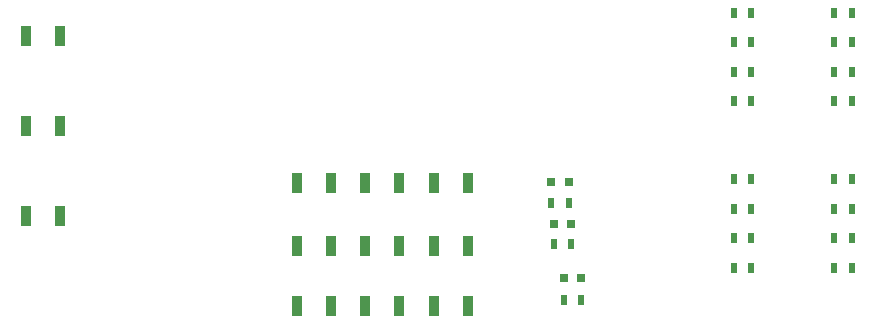
<source format=gbp>
G04 #@! TF.GenerationSoftware,KiCad,Pcbnew,(5.1.5)-3*
G04 #@! TF.CreationDate,2020-03-19T21:31:38+11:00*
G04 #@! TF.ProjectId,din_power_atm90e26,64696e5f-706f-4776-9572-5f61746d3930,rev?*
G04 #@! TF.SameCoordinates,Original*
G04 #@! TF.FileFunction,Paste,Bot*
G04 #@! TF.FilePolarity,Positive*
%FSLAX46Y46*%
G04 Gerber Fmt 4.6, Leading zero omitted, Abs format (unit mm)*
G04 Created by KiCad (PCBNEW (5.1.5)-3) date 2020-03-19 21:31:38*
%MOMM*%
%LPD*%
G04 APERTURE LIST*
%ADD10R,0.500000X0.900000*%
%ADD11R,0.900000X1.700000*%
%ADD12R,0.800000X0.750000*%
G04 APERTURE END LIST*
D10*
G04 #@! TO.C,R3*
X185950000Y-50700000D03*
X184450000Y-50700000D03*
G04 #@! TD*
G04 #@! TO.C,R11*
X185950000Y-58200000D03*
X184450000Y-58200000D03*
G04 #@! TD*
G04 #@! TO.C,R10*
X185950000Y-55700000D03*
X184450000Y-55700000D03*
G04 #@! TD*
G04 #@! TO.C,R9*
X175950000Y-58200000D03*
X177450000Y-58200000D03*
G04 #@! TD*
G04 #@! TO.C,R8*
X175950000Y-55700000D03*
X177450000Y-55700000D03*
G04 #@! TD*
G04 #@! TO.C,R2*
X175950000Y-53200000D03*
X177450000Y-53200000D03*
G04 #@! TD*
G04 #@! TO.C,R4*
X184450000Y-53200000D03*
X185950000Y-53200000D03*
G04 #@! TD*
G04 #@! TO.C,R1*
X175950000Y-50700000D03*
X177450000Y-50700000D03*
G04 #@! TD*
D11*
G04 #@! TO.C,R15*
X144750000Y-65100000D03*
X147650000Y-65100000D03*
G04 #@! TD*
G04 #@! TO.C,R24*
X150550000Y-75550000D03*
X153450000Y-75550000D03*
G04 #@! TD*
G04 #@! TO.C,R23*
X153450000Y-70450000D03*
X150550000Y-70450000D03*
G04 #@! TD*
G04 #@! TO.C,R22*
X153450000Y-65100000D03*
X150550000Y-65100000D03*
G04 #@! TD*
G04 #@! TO.C,R17*
X147650000Y-75550000D03*
X144750000Y-75550000D03*
G04 #@! TD*
G04 #@! TO.C,R16*
X144750000Y-70450000D03*
X147650000Y-70450000D03*
G04 #@! TD*
G04 #@! TO.C,R13*
X141850000Y-70450000D03*
X138950000Y-70450000D03*
G04 #@! TD*
G04 #@! TO.C,R14*
X138950000Y-75550000D03*
X141850000Y-75550000D03*
G04 #@! TD*
G04 #@! TO.C,R7*
X118950000Y-67950000D03*
X116050000Y-67950000D03*
G04 #@! TD*
G04 #@! TO.C,R5*
X118950000Y-52700000D03*
X116050000Y-52700000D03*
G04 #@! TD*
G04 #@! TO.C,R12*
X138950000Y-65100000D03*
X141850000Y-65100000D03*
G04 #@! TD*
G04 #@! TO.C,R6*
X118950000Y-60300000D03*
X116050000Y-60300000D03*
G04 #@! TD*
D12*
G04 #@! TO.C,C2*
X163050000Y-73150000D03*
X161550000Y-73150000D03*
G04 #@! TD*
G04 #@! TO.C,C3*
X162000000Y-65050000D03*
X160500000Y-65050000D03*
G04 #@! TD*
G04 #@! TO.C,C1*
X162200000Y-68550000D03*
X160700000Y-68550000D03*
G04 #@! TD*
D10*
G04 #@! TO.C,R27*
X163050000Y-75050000D03*
X161550000Y-75050000D03*
G04 #@! TD*
G04 #@! TO.C,R19*
X175950000Y-67300000D03*
X177450000Y-67300000D03*
G04 #@! TD*
G04 #@! TO.C,R20*
X185950000Y-64800000D03*
X184450000Y-64800000D03*
G04 #@! TD*
G04 #@! TO.C,R21*
X185950000Y-67300000D03*
X184450000Y-67300000D03*
G04 #@! TD*
G04 #@! TO.C,R25*
X162000000Y-66800000D03*
X160500000Y-66800000D03*
G04 #@! TD*
G04 #@! TO.C,R26*
X162200000Y-70300000D03*
X160700000Y-70300000D03*
G04 #@! TD*
G04 #@! TO.C,R28*
X177450000Y-69800000D03*
X175950000Y-69800000D03*
G04 #@! TD*
G04 #@! TO.C,R31*
X184450000Y-72300000D03*
X185950000Y-72300000D03*
G04 #@! TD*
G04 #@! TO.C,R30*
X184450000Y-69800000D03*
X185950000Y-69800000D03*
G04 #@! TD*
G04 #@! TO.C,R29*
X177450000Y-72300000D03*
X175950000Y-72300000D03*
G04 #@! TD*
G04 #@! TO.C,R18*
X177450000Y-64800000D03*
X175950000Y-64800000D03*
G04 #@! TD*
M02*

</source>
